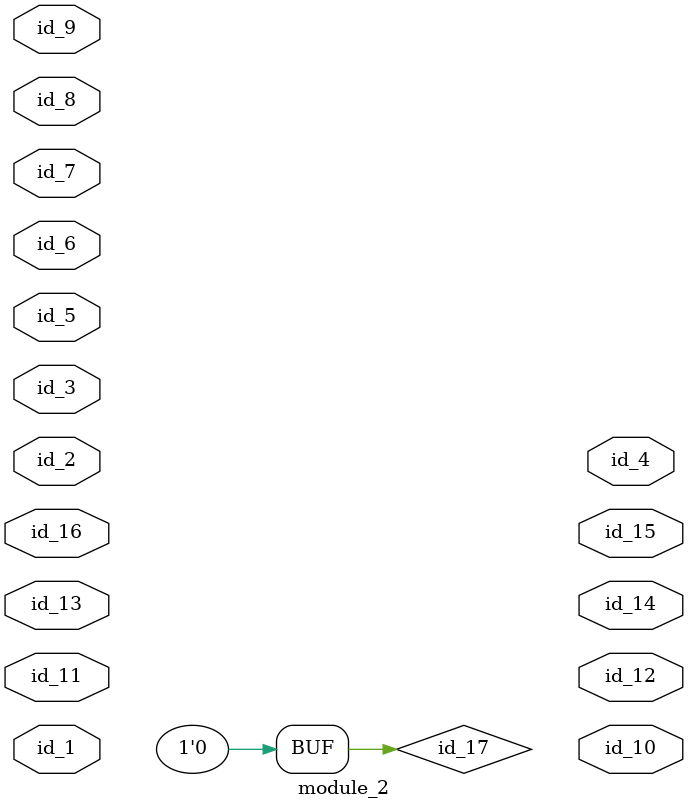
<source format=v>
module module_0;
  wire id_1;
endmodule
module module_1 #(
    parameter id_1 = 32'd57,
    parameter id_3 = 32'd53,
    parameter id_5 = 32'd75
) (
    _id_1,
    id_2,
    _id_3,
    id_4
);
  output wire id_4;
  inout wire _id_3;
  output wire id_2;
  input wire _id_1;
  wire _id_5;
  module_0 modCall_1 ();
  wire [1 : -1] id_6;
  wire [id_3 : -1] id_7;
  wire [id_5 : id_1] id_8;
endmodule
module module_2 (
    id_1,
    id_2,
    id_3,
    id_4,
    id_5,
    id_6,
    id_7,
    id_8,
    id_9,
    id_10,
    id_11,
    id_12,
    id_13,
    id_14,
    id_15,
    id_16
);
  inout wire id_16;
  module_0 modCall_1 ();
  output wire id_15;
  output wire id_14;
  inout wire id_13;
  output wire id_12;
  input wire id_11;
  output wire id_10;
  input wire id_9;
  inout wire id_8;
  inout wire id_7;
  inout wire id_6;
  inout wire id_5;
  output wire id_4;
  inout wire id_3;
  input wire id_2;
  inout wire id_1;
  wire id_17 = -1'd0;
endmodule

</source>
